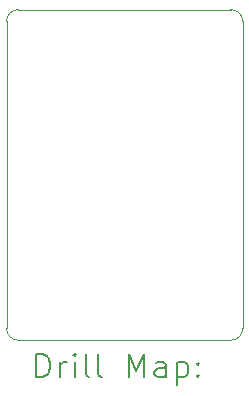
<source format=gbr>
%FSLAX45Y45*%
G04 Gerber Fmt 4.5, Leading zero omitted, Abs format (unit mm)*
G04 Created by KiCad (PCBNEW 6.0.0-rc2-1.20211220git160328a.fc35) date 2022-01-05 17:26:33*
%MOMM*%
%LPD*%
G01*
G04 APERTURE LIST*
%TA.AperFunction,Profile*%
%ADD10C,0.100000*%
%TD*%
%ADD11C,0.200000*%
G04 APERTURE END LIST*
D10*
X14400000Y-12800000D02*
X14400000Y-10200000D01*
X12500000Y-12900000D02*
X14300000Y-12900000D01*
X12400000Y-10200000D02*
X12400000Y-12800000D01*
X14300000Y-10100000D02*
X12500000Y-10100000D01*
X12400000Y-12800000D02*
G75*
G03*
X12500000Y-12900000I100000J0D01*
G01*
X14300000Y-12900000D02*
G75*
G03*
X14400000Y-12800000I0J100000D01*
G01*
X14400000Y-10200000D02*
G75*
G03*
X14300000Y-10100000I-100000J0D01*
G01*
X12500000Y-10100000D02*
G75*
G03*
X12400000Y-10200000I0J-100000D01*
G01*
D11*
X12652619Y-13215476D02*
X12652619Y-13015476D01*
X12700238Y-13015476D01*
X12728809Y-13025000D01*
X12747857Y-13044048D01*
X12757381Y-13063095D01*
X12766905Y-13101190D01*
X12766905Y-13129762D01*
X12757381Y-13167857D01*
X12747857Y-13186905D01*
X12728809Y-13205952D01*
X12700238Y-13215476D01*
X12652619Y-13215476D01*
X12852619Y-13215476D02*
X12852619Y-13082143D01*
X12852619Y-13120238D02*
X12862143Y-13101190D01*
X12871667Y-13091667D01*
X12890714Y-13082143D01*
X12909762Y-13082143D01*
X12976428Y-13215476D02*
X12976428Y-13082143D01*
X12976428Y-13015476D02*
X12966905Y-13025000D01*
X12976428Y-13034524D01*
X12985952Y-13025000D01*
X12976428Y-13015476D01*
X12976428Y-13034524D01*
X13100238Y-13215476D02*
X13081190Y-13205952D01*
X13071667Y-13186905D01*
X13071667Y-13015476D01*
X13205000Y-13215476D02*
X13185952Y-13205952D01*
X13176428Y-13186905D01*
X13176428Y-13015476D01*
X13433571Y-13215476D02*
X13433571Y-13015476D01*
X13500238Y-13158333D01*
X13566905Y-13015476D01*
X13566905Y-13215476D01*
X13747857Y-13215476D02*
X13747857Y-13110714D01*
X13738333Y-13091667D01*
X13719286Y-13082143D01*
X13681190Y-13082143D01*
X13662143Y-13091667D01*
X13747857Y-13205952D02*
X13728809Y-13215476D01*
X13681190Y-13215476D01*
X13662143Y-13205952D01*
X13652619Y-13186905D01*
X13652619Y-13167857D01*
X13662143Y-13148809D01*
X13681190Y-13139286D01*
X13728809Y-13139286D01*
X13747857Y-13129762D01*
X13843095Y-13082143D02*
X13843095Y-13282143D01*
X13843095Y-13091667D02*
X13862143Y-13082143D01*
X13900238Y-13082143D01*
X13919286Y-13091667D01*
X13928809Y-13101190D01*
X13938333Y-13120238D01*
X13938333Y-13177381D01*
X13928809Y-13196428D01*
X13919286Y-13205952D01*
X13900238Y-13215476D01*
X13862143Y-13215476D01*
X13843095Y-13205952D01*
X14024048Y-13196428D02*
X14033571Y-13205952D01*
X14024048Y-13215476D01*
X14014524Y-13205952D01*
X14024048Y-13196428D01*
X14024048Y-13215476D01*
X14024048Y-13091667D02*
X14033571Y-13101190D01*
X14024048Y-13110714D01*
X14014524Y-13101190D01*
X14024048Y-13091667D01*
X14024048Y-13110714D01*
M02*

</source>
